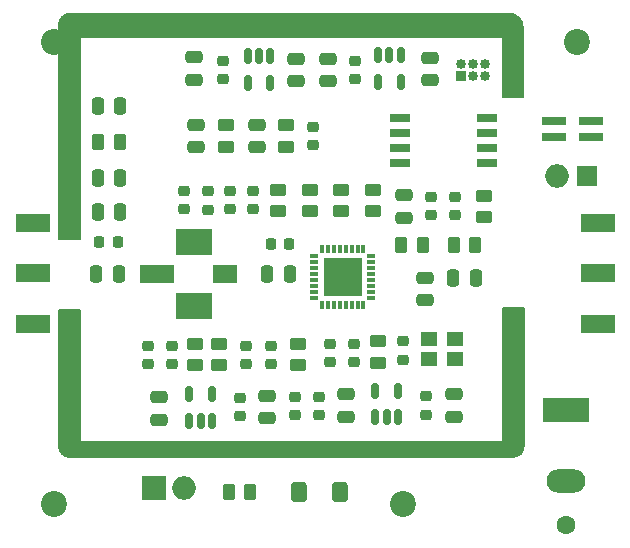
<source format=gbr>
%TF.GenerationSoftware,KiCad,Pcbnew,8.0.0*%
%TF.CreationDate,2024-07-29T11:46:55+02:00*%
%TF.ProjectId,Gnerator_poprawiony,476e6572-6174-46f7-925f-706f70726177,rev?*%
%TF.SameCoordinates,Original*%
%TF.FileFunction,Soldermask,Top*%
%TF.FilePolarity,Negative*%
%FSLAX46Y46*%
G04 Gerber Fmt 4.6, Leading zero omitted, Abs format (unit mm)*
G04 Created by KiCad (PCBNEW 8.0.0) date 2024-07-29 11:46:55*
%MOMM*%
%LPD*%
G01*
G04 APERTURE LIST*
G04 Aperture macros list*
%AMRoundRect*
0 Rectangle with rounded corners*
0 $1 Rounding radius*
0 $2 $3 $4 $5 $6 $7 $8 $9 X,Y pos of 4 corners*
0 Add a 4 corners polygon primitive as box body*
4,1,4,$2,$3,$4,$5,$6,$7,$8,$9,$2,$3,0*
0 Add four circle primitives for the rounded corners*
1,1,$1+$1,$2,$3*
1,1,$1+$1,$4,$5*
1,1,$1+$1,$6,$7*
1,1,$1+$1,$8,$9*
0 Add four rect primitives between the rounded corners*
20,1,$1+$1,$2,$3,$4,$5,0*
20,1,$1+$1,$4,$5,$6,$7,0*
20,1,$1+$1,$6,$7,$8,$9,0*
20,1,$1+$1,$8,$9,$2,$3,0*%
G04 Aperture macros list end*
%ADD10C,0.150000*%
%ADD11RoundRect,0.250000X-0.400000X-0.600000X0.400000X-0.600000X0.400000X0.600000X-0.400000X0.600000X0*%
%ADD12RoundRect,0.250000X-0.475000X0.250000X-0.475000X-0.250000X0.475000X-0.250000X0.475000X0.250000X0*%
%ADD13RoundRect,0.250000X0.450000X-0.262500X0.450000X0.262500X-0.450000X0.262500X-0.450000X-0.262500X0*%
%ADD14RoundRect,0.225000X-0.250000X0.225000X-0.250000X-0.225000X0.250000X-0.225000X0.250000X0.225000X0*%
%ADD15RoundRect,0.250000X0.262500X0.450000X-0.262500X0.450000X-0.262500X-0.450000X0.262500X-0.450000X0*%
%ADD16RoundRect,0.250000X0.250000X0.475000X-0.250000X0.475000X-0.250000X-0.475000X0.250000X-0.475000X0*%
%ADD17RoundRect,0.250000X-0.250000X-0.475000X0.250000X-0.475000X0.250000X0.475000X-0.250000X0.475000X0*%
%ADD18RoundRect,0.250000X-0.450000X0.262500X-0.450000X-0.262500X0.450000X-0.262500X0.450000X0.262500X0*%
%ADD19RoundRect,0.225000X0.250000X-0.225000X0.250000X0.225000X-0.250000X0.225000X-0.250000X-0.225000X0*%
%ADD20RoundRect,0.218750X0.256250X-0.218750X0.256250X0.218750X-0.256250X0.218750X-0.256250X-0.218750X0*%
%ADD21RoundRect,0.250000X-0.262500X-0.450000X0.262500X-0.450000X0.262500X0.450000X-0.262500X0.450000X0*%
%ADD22R,0.300000X0.800000*%
%ADD23R,0.800000X0.300000*%
%ADD24R,3.250000X3.250000*%
%ADD25RoundRect,0.218750X0.218750X0.256250X-0.218750X0.256250X-0.218750X-0.256250X0.218750X-0.256250X0*%
%ADD26RoundRect,0.250000X0.475000X-0.250000X0.475000X0.250000X-0.475000X0.250000X-0.475000X-0.250000X0*%
%ADD27C,2.200000*%
%ADD28RoundRect,0.150000X0.150000X-0.512500X0.150000X0.512500X-0.150000X0.512500X-0.150000X-0.512500X0*%
%ADD29RoundRect,0.150000X-0.150000X0.512500X-0.150000X-0.512500X0.150000X-0.512500X0.150000X0.512500X0*%
%ADD30RoundRect,0.225000X0.225000X0.250000X-0.225000X0.250000X-0.225000X-0.250000X0.225000X-0.250000X0*%
%ADD31R,2.000000X0.700000*%
%ADD32R,3.000000X1.500000*%
%ADD33R,1.700000X0.650000*%
%ADD34R,1.400000X1.200000*%
%ADD35R,1.800000X1.800000*%
%ADD36O,2.000000X2.000000*%
%ADD37R,3.050000X2.290000*%
%ADD38R,2.000000X1.500000*%
%ADD39R,0.850000X0.850000*%
%ADD40O,0.850000X0.850000*%
%ADD41R,2.000000X2.000000*%
%ADD42C,1.600000*%
%ADD43O,3.300000X2.000000*%
%ADD44R,4.000000X2.000000*%
G04 APERTURE END LIST*
D10*
X142748000Y-60909200D02*
X144475200Y-60909200D01*
X144475200Y-72593200D01*
X142748000Y-72593200D01*
X142748000Y-60909200D01*
G36*
X142748000Y-60909200D02*
G01*
X144475200Y-60909200D01*
X144475200Y-72593200D01*
X142748000Y-72593200D01*
X142748000Y-60909200D01*
G37*
X144475200Y-72593200D02*
G75*
G02*
X143510000Y-73558400I-965200J0D01*
G01*
X105562400Y-36220400D02*
X106070400Y-36220400D01*
X106070400Y-36372800D01*
X105562400Y-36372800D01*
X105562400Y-36220400D01*
X143611600Y-72745600D02*
X144424400Y-72745600D01*
X144424400Y-72898000D01*
X143611600Y-72898000D01*
X143611600Y-72745600D01*
X141935200Y-73050400D02*
X142595600Y-73050400D01*
X142595600Y-73202800D01*
X141935200Y-73202800D01*
X141935200Y-73050400D01*
X105105200Y-37947600D02*
X106883200Y-37947600D01*
X106883200Y-55118000D01*
X105105200Y-55118000D01*
X105105200Y-37947600D01*
G36*
X105105200Y-37947600D02*
G01*
X106883200Y-37947600D01*
X106883200Y-55118000D01*
X105105200Y-55118000D01*
X105105200Y-37947600D01*
G37*
X105308400Y-72898000D02*
X106070400Y-72898000D01*
X106070400Y-73050400D01*
X105308400Y-73050400D01*
X105308400Y-72898000D01*
X105257600Y-72745600D02*
X106019600Y-72745600D01*
X106019600Y-72898000D01*
X105257600Y-72898000D01*
X105257600Y-72745600D01*
X105359200Y-36372800D02*
X106070400Y-36372800D01*
X106070400Y-36626800D01*
X105359200Y-36626800D01*
X105359200Y-36372800D01*
G36*
X105359200Y-36372800D02*
G01*
X106070400Y-36372800D01*
X106070400Y-36626800D01*
X105359200Y-36626800D01*
X105359200Y-36372800D01*
G37*
X141935200Y-73202800D02*
X142392400Y-73202800D01*
X142392400Y-73304400D01*
X141935200Y-73304400D01*
X141935200Y-73202800D01*
X141884400Y-72237600D02*
X143510000Y-72237600D01*
X143510000Y-73558400D01*
X141884400Y-73558400D01*
X141884400Y-72237600D01*
G36*
X141884400Y-72237600D02*
G01*
X143510000Y-72237600D01*
X143510000Y-73558400D01*
X141884400Y-73558400D01*
X141884400Y-72237600D01*
G37*
X143611600Y-72593200D02*
X144475200Y-72593200D01*
X143611600Y-72593200D01*
X105816400Y-36118800D02*
X106070400Y-36118800D01*
X106070400Y-36220400D01*
X105816400Y-36220400D01*
X105816400Y-36118800D01*
X105729151Y-73275699D02*
X106172000Y-73275699D01*
X106172000Y-73406000D01*
X105729151Y-73406000D01*
X105729151Y-73275699D01*
X141935200Y-72796400D02*
X142697200Y-72796400D01*
X142697200Y-72948800D01*
X141935200Y-72948800D01*
X141935200Y-72796400D01*
X143256000Y-36271200D02*
X143967200Y-36271200D01*
X143967200Y-36474400D01*
X143256000Y-36474400D01*
X143256000Y-36271200D01*
G36*
X143256000Y-36271200D02*
G01*
X143967200Y-36271200D01*
X143967200Y-36474400D01*
X143256000Y-36474400D01*
X143256000Y-36271200D01*
G37*
X105206800Y-72593200D02*
X106121200Y-72593200D01*
X106121200Y-72999600D01*
X105206800Y-72999600D01*
X105206800Y-72593200D01*
G36*
X105206800Y-72593200D02*
G01*
X106121200Y-72593200D01*
X106121200Y-72999600D01*
X105206800Y-72999600D01*
X105206800Y-72593200D01*
G37*
X106070400Y-36017200D02*
X143256000Y-36017200D01*
X143256000Y-37947600D01*
X106070400Y-37947600D01*
X106070400Y-36017200D01*
G36*
X106070400Y-36017200D02*
G01*
X143256000Y-36017200D01*
X143256000Y-37947600D01*
X106070400Y-37947600D01*
X106070400Y-36017200D01*
G37*
X143256000Y-36068000D02*
X143611600Y-36068000D01*
X143611600Y-36271200D01*
X143256000Y-36271200D01*
X143256000Y-36068000D01*
G36*
X143256000Y-36068000D02*
G01*
X143611600Y-36068000D01*
X143611600Y-36271200D01*
X143256000Y-36271200D01*
X143256000Y-36068000D01*
G37*
X143611600Y-72593200D02*
X144322800Y-72593200D01*
X144322800Y-72745600D01*
X143611600Y-72745600D01*
X143611600Y-72593200D01*
X141935200Y-72644000D02*
X142748000Y-72644000D01*
X142748000Y-72796400D01*
X141935200Y-72796400D01*
X141935200Y-72644000D01*
X142748000Y-37134800D02*
X144373600Y-37134800D01*
X144373600Y-43078400D01*
X142748000Y-43078400D01*
X142748000Y-37134800D01*
G36*
X142748000Y-37134800D02*
G01*
X144373600Y-37134800D01*
X144373600Y-43078400D01*
X142748000Y-43078400D01*
X142748000Y-37134800D01*
G37*
X143256000Y-36017200D02*
G75*
G02*
X144373600Y-37134800I0J-1117600D01*
G01*
X141935200Y-72948800D02*
X142646400Y-72948800D01*
X142646400Y-73050400D01*
X141935200Y-73050400D01*
X141935200Y-72948800D01*
X143510000Y-73275699D02*
X143916400Y-73275699D01*
X143916400Y-73456800D01*
X143510000Y-73456800D01*
X143510000Y-73275699D01*
G36*
X143510000Y-73275699D02*
G01*
X143916400Y-73275699D01*
X143916400Y-73456800D01*
X143510000Y-73456800D01*
X143510000Y-73275699D01*
G37*
X144119600Y-36804600D02*
X144221200Y-36804600D01*
X144221200Y-37338000D01*
X144119600Y-37338000D01*
X144119600Y-36804600D01*
X105105200Y-36982400D02*
X106070400Y-36982400D01*
X106070400Y-37947600D01*
X105105200Y-37947600D01*
X105105200Y-36982400D01*
G36*
X105105200Y-36982400D02*
G01*
X106070400Y-36982400D01*
X106070400Y-37947600D01*
X105105200Y-37947600D01*
X105105200Y-36982400D01*
G37*
X105105200Y-61061600D02*
X106934000Y-61061600D01*
X106934000Y-72593200D01*
X105105200Y-72593200D01*
X105105200Y-61061600D01*
G36*
X105105200Y-61061600D02*
G01*
X106934000Y-61061600D01*
X106934000Y-72593200D01*
X105105200Y-72593200D01*
X105105200Y-61061600D01*
G37*
X143510000Y-72898000D02*
X144272000Y-72898000D01*
X144272000Y-73101200D01*
X143510000Y-73101200D01*
X143510000Y-72898000D01*
G36*
X143510000Y-72898000D02*
G01*
X144272000Y-72898000D01*
X144272000Y-73101200D01*
X143510000Y-73101200D01*
X143510000Y-72898000D01*
G37*
X106070400Y-72237600D02*
X141884400Y-72237600D01*
X141884400Y-73558400D01*
X106070400Y-73558400D01*
X106070400Y-72237600D01*
G36*
X106070400Y-72237600D02*
G01*
X141884400Y-72237600D01*
X141884400Y-73558400D01*
X106070400Y-73558400D01*
X106070400Y-72237600D01*
G37*
X105562400Y-73304400D02*
X105729151Y-73304400D01*
X105729151Y-73406000D01*
X105562400Y-73406000D01*
X105562400Y-73304400D01*
X143510000Y-73101200D02*
X144192499Y-73101200D01*
X144192499Y-73275699D01*
X143510000Y-73275699D01*
X143510000Y-73101200D01*
G36*
X143510000Y-73101200D02*
G01*
X144192499Y-73101200D01*
X144192499Y-73275699D01*
X143510000Y-73275699D01*
X143510000Y-73101200D01*
G37*
X106070400Y-73558400D02*
G75*
G02*
X105105200Y-72593200I0J965200D01*
G01*
X141935200Y-73304400D02*
X142240000Y-73304400D01*
X142240000Y-73456800D01*
X141935200Y-73456800D01*
X141935200Y-73304400D01*
X105387901Y-73050400D02*
X106070400Y-73050400D01*
X106070400Y-73275699D01*
X105387901Y-73275699D01*
X105387901Y-73050400D01*
G36*
X105387901Y-73050400D02*
G01*
X106070400Y-73050400D01*
X106070400Y-73275699D01*
X105387901Y-73275699D01*
X105387901Y-73050400D01*
G37*
X105105200Y-36982400D02*
G75*
G02*
X106070400Y-36017200I965200J0D01*
G01*
X105206800Y-72593200D02*
X106019600Y-72593200D01*
X106019600Y-72745600D01*
X105206800Y-72745600D01*
X105206800Y-72593200D01*
X143256000Y-36474400D02*
X144119600Y-36474400D01*
X144119600Y-37134800D01*
X143256000Y-37134800D01*
X143256000Y-36474400D01*
G36*
X143256000Y-36474400D02*
G01*
X144119600Y-36474400D01*
X144119600Y-37134800D01*
X143256000Y-37134800D01*
X143256000Y-36474400D01*
G37*
X105206800Y-36626800D02*
X106070400Y-36626800D01*
X106070400Y-36982400D01*
X105206800Y-36982400D01*
X105206800Y-36626800D01*
G36*
X105206800Y-36626800D02*
G01*
X106070400Y-36626800D01*
X106070400Y-36982400D01*
X105206800Y-36982400D01*
X105206800Y-36626800D01*
G37*
D11*
%TO.C,D2*%
X125417600Y-76504800D03*
X128917600Y-76504800D03*
%TD*%
D12*
%TO.C,C20*%
X127889000Y-39817000D03*
X127889000Y-41717000D03*
%TD*%
%TO.C,C27*%
X129426000Y-68252000D03*
X129426000Y-70152000D03*
%TD*%
D13*
%TO.C,R6*%
X125362000Y-65796500D03*
X125362000Y-63971500D03*
%TD*%
D14*
%TO.C,C5*%
X130061000Y-63969000D03*
X130061000Y-65519000D03*
%TD*%
D15*
%TO.C,R7*%
X135913500Y-55626000D03*
X134088500Y-55626000D03*
%TD*%
D16*
%TO.C,C16*%
X110297000Y-52832000D03*
X108397000Y-52832000D03*
%TD*%
D14*
%TO.C,C35*%
X115697000Y-51028000D03*
X115697000Y-52578000D03*
%TD*%
D13*
%TO.C,R12*%
X119253000Y-47267500D03*
X119253000Y-45442500D03*
%TD*%
D17*
%TO.C,C18*%
X108397000Y-43815000D03*
X110297000Y-43815000D03*
%TD*%
D18*
%TO.C,R11*%
X118631000Y-63971500D03*
X118631000Y-65796500D03*
%TD*%
D19*
%TO.C,C34*%
X114694000Y-65659000D03*
X114694000Y-64109000D03*
%TD*%
D18*
%TO.C,R5*%
X131699000Y-50903500D03*
X131699000Y-52728500D03*
%TD*%
D16*
%TO.C,C14*%
X124648000Y-58039000D03*
X122748000Y-58039000D03*
%TD*%
D18*
%TO.C,R3*%
X126365000Y-50903500D03*
X126365000Y-52728500D03*
%TD*%
D13*
%TO.C,R8*%
X123698000Y-52728500D03*
X123698000Y-50903500D03*
%TD*%
D16*
%TO.C,C17*%
X110297000Y-49911000D03*
X108397000Y-49911000D03*
%TD*%
D20*
%TO.C,L1*%
X117729000Y-52603500D03*
X117729000Y-51028500D03*
%TD*%
D14*
%TO.C,C25*%
X120409000Y-68548500D03*
X120409000Y-70098500D03*
%TD*%
%TO.C,C37*%
X138684000Y-51549000D03*
X138684000Y-53099000D03*
%TD*%
D13*
%TO.C,R13*%
X124333000Y-47267500D03*
X124333000Y-45442500D03*
%TD*%
D19*
%TO.C,C9*%
X119634000Y-52591000D03*
X119634000Y-51041000D03*
%TD*%
D21*
%TO.C,R14*%
X108434500Y-46863000D03*
X110259500Y-46863000D03*
%TD*%
D19*
%TO.C,C26*%
X118999000Y-41542000D03*
X118999000Y-39992000D03*
%TD*%
D22*
%TO.C,U2*%
X130896000Y-55905000D03*
X130396000Y-55905000D03*
X129896000Y-55905000D03*
X129396000Y-55905000D03*
X128896000Y-55905000D03*
X128396000Y-55905000D03*
X127896000Y-55905000D03*
X127396000Y-55905000D03*
D23*
X126746000Y-56555000D03*
X126746000Y-57055000D03*
X126746000Y-57555000D03*
X126746000Y-58055000D03*
X126746000Y-58555000D03*
X126746000Y-59055000D03*
X126746000Y-59555000D03*
X126746000Y-60055000D03*
D22*
X127396000Y-60705000D03*
X127896000Y-60705000D03*
X128396000Y-60705000D03*
X128896000Y-60705000D03*
X129396000Y-60705000D03*
X129896000Y-60705000D03*
X130396000Y-60705000D03*
X130896000Y-60705000D03*
D23*
X131546000Y-60055000D03*
X131546000Y-59555000D03*
X131546000Y-59055000D03*
X131546000Y-58555000D03*
X131546000Y-58055000D03*
X131546000Y-57555000D03*
X131546000Y-57055000D03*
X131546000Y-56555000D03*
D24*
X129146000Y-58305000D03*
%TD*%
D12*
%TO.C,C22*%
X116586000Y-39690000D03*
X116586000Y-41590000D03*
%TD*%
D19*
%TO.C,C31*%
X112662000Y-65659000D03*
X112662000Y-64109000D03*
%TD*%
D14*
%TO.C,C6*%
X123076000Y-64109000D03*
X123076000Y-65659000D03*
%TD*%
D25*
%TO.C,L2*%
X110121500Y-55372000D03*
X108546500Y-55372000D03*
%TD*%
D18*
%TO.C,R1*%
X132093000Y-63752500D03*
X132093000Y-65577500D03*
%TD*%
D14*
%TO.C,C8*%
X128029000Y-63982000D03*
X128029000Y-65532000D03*
%TD*%
D26*
%TO.C,C28*%
X136525000Y-41656000D03*
X136525000Y-39756000D03*
%TD*%
D27*
%TO.C,REF\u002A\u002A*%
X104698800Y-77500000D03*
%TD*%
D28*
%TO.C,U4*%
X131905000Y-70199500D03*
X132855000Y-70199500D03*
X133805000Y-70199500D03*
X133805000Y-67924500D03*
X131905000Y-67924500D03*
%TD*%
D18*
%TO.C,R4*%
X129032000Y-50903500D03*
X129032000Y-52728500D03*
%TD*%
D12*
%TO.C,C10*%
X116713000Y-45405000D03*
X116713000Y-47305000D03*
%TD*%
D29*
%TO.C,U7*%
X122997000Y-39629500D03*
X122047000Y-39629500D03*
X121097000Y-39629500D03*
X121097000Y-41904500D03*
X122997000Y-41904500D03*
%TD*%
D30*
%TO.C,C32*%
X124600000Y-55499000D03*
X123050000Y-55499000D03*
%TD*%
D29*
%TO.C,U5*%
X134046000Y-39502500D03*
X133096000Y-39502500D03*
X132146000Y-39502500D03*
X132146000Y-41777500D03*
X134046000Y-41777500D03*
%TD*%
D12*
%TO.C,C1*%
X136144000Y-58384400D03*
X136144000Y-60284400D03*
%TD*%
D27*
%TO.C,REF\u002A\u002A*%
X104698800Y-38400000D03*
%TD*%
D26*
%TO.C,C21*%
X122756000Y-70273500D03*
X122756000Y-68373500D03*
%TD*%
D19*
%TO.C,CC*%
X134252000Y-65313000D03*
X134252000Y-63763000D03*
%TD*%
D12*
%TO.C,C29*%
X113612000Y-68506000D03*
X113612000Y-70406000D03*
%TD*%
D19*
%TO.C,C13*%
X126619000Y-47130000D03*
X126619000Y-45580000D03*
%TD*%
D26*
%TO.C,C19*%
X138570000Y-70139000D03*
X138570000Y-68239000D03*
%TD*%
D31*
%TO.C,SW1*%
X147040600Y-46456600D03*
X147040600Y-45059600D03*
X150164800Y-45059600D03*
X150139400Y-46431200D03*
%TD*%
D19*
%TO.C,C11*%
X121539000Y-52591000D03*
X121539000Y-51041000D03*
%TD*%
D18*
%TO.C,R10*%
X116599000Y-63971500D03*
X116599000Y-65796500D03*
%TD*%
D16*
%TO.C,C15*%
X110170000Y-58039000D03*
X108270000Y-58039000D03*
%TD*%
D32*
%TO.C,J2*%
X102895400Y-58000000D03*
X102895400Y-62250000D03*
X102895400Y-53750000D03*
%TD*%
D12*
%TO.C,C12*%
X121869200Y-45405000D03*
X121869200Y-47305000D03*
%TD*%
D33*
%TO.C,U1*%
X141318000Y-48641000D03*
X141318000Y-47371000D03*
X141318000Y-46101000D03*
X141318000Y-44831000D03*
X134018000Y-44831000D03*
X134018000Y-46101000D03*
X134018000Y-47371000D03*
X134018000Y-48641000D03*
%TD*%
D34*
%TO.C,Y1*%
X136454000Y-65261000D03*
X138654000Y-65261000D03*
X138654000Y-63561000D03*
X136454000Y-63561000D03*
%TD*%
D14*
%TO.C,C4*%
X125108000Y-68427000D03*
X125108000Y-69977000D03*
%TD*%
D27*
%TO.C,REF\u002A\u002A*%
X148945600Y-38400000D03*
%TD*%
D35*
%TO.C,D1*%
X149833800Y-49733200D03*
D36*
X147243000Y-49733200D03*
%TD*%
D12*
%TO.C,C33*%
X134366000Y-51374000D03*
X134366000Y-53274000D03*
%TD*%
D27*
%TO.C,REF\u002A\u002A*%
X134264400Y-77520800D03*
%TD*%
D14*
%TO.C,C23*%
X136157000Y-68414000D03*
X136157000Y-69964000D03*
%TD*%
D37*
%TO.C,U3*%
X116583400Y-55345400D03*
D38*
X119183400Y-58045400D03*
D32*
X113383400Y-58045400D03*
D37*
X116583400Y-60745400D03*
%TD*%
D32*
%TO.C,J1*%
X150749000Y-58000000D03*
X150749000Y-53758200D03*
X150749000Y-62250000D03*
%TD*%
D28*
%TO.C,U6*%
X116157000Y-70461000D03*
X117107000Y-70461000D03*
X118057000Y-70461000D03*
X118057000Y-68186000D03*
X116157000Y-68186000D03*
%TD*%
D39*
%TO.C,J3*%
X139192000Y-41275000D03*
D40*
X139192000Y-40275000D03*
X140192000Y-40275000D03*
X140192000Y-41275000D03*
X141192000Y-41275000D03*
X141192000Y-40275000D03*
%TD*%
D13*
%TO.C,R2*%
X141097000Y-53236500D03*
X141097000Y-51411500D03*
%TD*%
D21*
%TO.C,R9*%
X138533500Y-55626000D03*
X140358500Y-55626000D03*
%TD*%
D15*
%TO.C,R15*%
X121308500Y-76504800D03*
X119483500Y-76504800D03*
%TD*%
D19*
%TO.C,C24*%
X130175000Y-41542000D03*
X130175000Y-39992000D03*
%TD*%
D14*
%TO.C,C36*%
X136652000Y-51549000D03*
X136652000Y-53099000D03*
%TD*%
D16*
%TO.C,C2*%
X140396000Y-58369200D03*
X138496000Y-58369200D03*
%TD*%
D41*
%TO.C,D3*%
X113167200Y-76200000D03*
D36*
X115707200Y-76200000D03*
%TD*%
D14*
%TO.C,C7*%
X127140000Y-68427000D03*
X127140000Y-69977000D03*
%TD*%
D26*
%TO.C,C30*%
X125222000Y-41717000D03*
X125222000Y-39817000D03*
%TD*%
D14*
%TO.C,C3*%
X120917000Y-64109000D03*
X120917000Y-65659000D03*
%TD*%
D42*
%TO.C,J4*%
X148056600Y-79347600D03*
D43*
X148031200Y-75543200D03*
D44*
X148031200Y-69543200D03*
%TD*%
M02*

</source>
